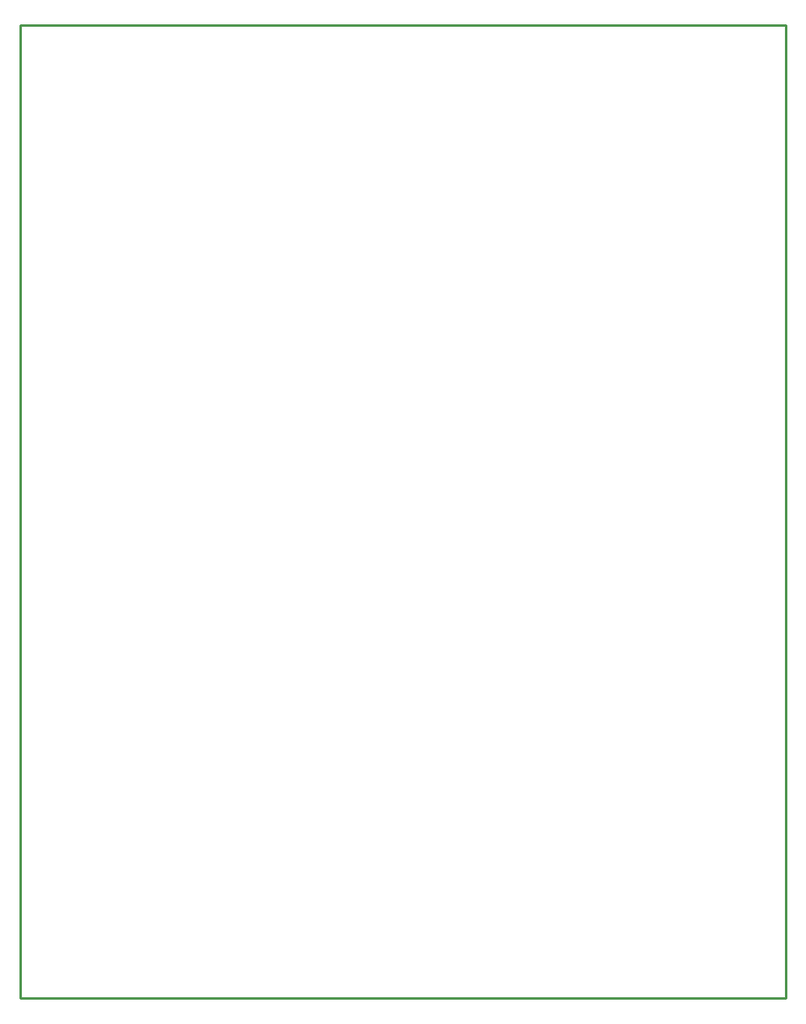
<source format=gbo>
G04*
G04 #@! TF.GenerationSoftware,Altium Limited,Altium Designer,20.0.10 (225)*
G04*
G04 Layer_Color=32896*
%FSLAX24Y24*%
%MOIN*%
G70*
G01*
G75*
%ADD12C,0.0100*%
D12*
X0Y0D02*
Y40000D01*
X31500D01*
X31500Y0D01*
X0D02*
X31500D01*
M02*

</source>
